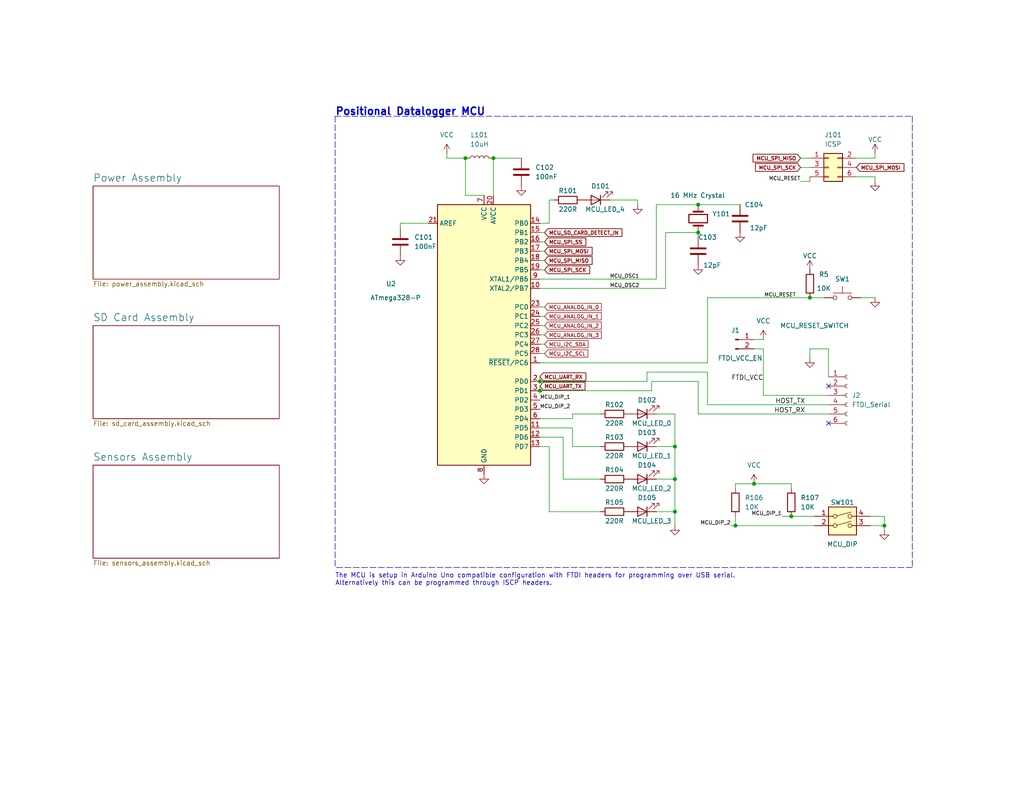
<source format=kicad_sch>
(kicad_sch (version 20211123) (generator eeschema)
  (paper "USLetter")
  (title_block (title "Positional Data Logger Main Sheet") (date "2022-07-03") (rev "1.0"))
  (lib_symbols
    (symbol "Connector:Conn_01x02_Male" (pin_names (offset 1.016) hide)
      (property "Reference" "J" (at 0 2.54 0))
      (property "Value" "Conn_01x02_Male" (at 0 -5.08 0))
      (symbol "Conn_01x02_Male_1_1"
        (polyline (pts (xy 1.27 -2.54) (xy 0.8636 -2.54)) (stroke (width 0.1524)))
        (polyline (pts (xy 1.27 0) (xy 0.8636 0)) (stroke (width 0.1524)))
        (rectangle (start 0.8636 -2.413) (end 0 -2.667) (stroke (width 0.1524)) (fill (type outline)))
        (rectangle (start 0.8636 0.127) (end 0 -0.127) (stroke (width 0.1524)) (fill (type outline)))
        (pin passive line (at 5.08 0 180) (length 3.81) (name "Pin_1") (number "1"))
        (pin passive line (at 5.08 -2.54 180) (length 3.81) (name "Pin_2") (number "2"))
      )
    )
    (symbol "Connector:Conn_01x06_Female" (pin_names (offset 1.016) hide)
      (property "Reference" "J" (at 0 7.62 0))
      (property "Value" "Conn_01x06_Female" (at 0 -10.16 0))
      (symbol "Conn_01x06_Female_1_1"
        (arc (start 0 -7.112) (mid -0.508 -7.62) (end 0 -8.128) (stroke (width 0.1524)))
        (arc (start 0 -4.572) (mid -0.508 -5.08) (end 0 -5.588) (stroke (width 0.1524)))
        (arc (start 0 -2.032) (mid -0.508 -2.54) (end 0 -3.048) (stroke (width 0.1524)))
        (polyline (pts (xy -1.27 -7.62) (xy -0.508 -7.62)) (stroke (width 0.1524)))
        (polyline (pts (xy -1.27 -5.08) (xy -0.508 -5.08)) (stroke (width 0.1524)))
        (polyline (pts (xy -1.27 -2.54) (xy -0.508 -2.54)) (stroke (width 0.1524)))
        (polyline (pts (xy -1.27 0) (xy -0.508 0)) (stroke (width 0.1524)))
        (polyline (pts (xy -1.27 2.54) (xy -0.508 2.54)) (stroke (width 0.1524)))
        (polyline (pts (xy -1.27 5.08) (xy -0.508 5.08)) (stroke (width 0.1524)))
        (arc (start 0 0.508) (mid -0.508 0) (end 0 -0.508) (stroke (width 0.1524)))
        (arc (start 0 3.048) (mid -0.508 2.54) (end 0 2.032) (stroke (width 0.1524)))
        (arc (start 0 5.588) (mid -0.508 5.08) (end 0 4.572) (stroke (width 0.1524)))
        (pin passive line (at -5.08 5.08 0) (length 3.81) (name "Pin_1") (number "1"))
        (pin passive line (at -5.08 2.54 0) (length 3.81) (name "Pin_2") (number "2"))
        (pin passive line (at -5.08 0 0) (length 3.81) (name "Pin_3") (number "3"))
        (pin passive line (at -5.08 -2.54 0) (length 3.81) (name "Pin_4") (number "4"))
        (pin passive line (at -5.08 -5.08 0) (length 3.81) (name "Pin_5") (number "5"))
        (pin passive line (at -5.08 -7.62 0) (length 3.81) (name "Pin_6") (number "6"))
      )
    )
    (symbol "Connector_Generic:Conn_02x03_Odd_Even" (pin_names (offset 1.016) hide)
      (property "Reference" "J" (at 1.27 5.08 0))
      (property "Value" "Conn_02x03_Odd_Even" (at 1.27 -5.08 0))
      (symbol "Conn_02x03_Odd_Even_1_1"
        (rectangle (start -1.27 -2.413) (end 0 -2.667) (stroke (width 0.1524)))
        (rectangle (start -1.27 0.127) (end 0 -0.127) (stroke (width 0.1524)))
        (rectangle (start -1.27 2.667) (end 0 2.413) (stroke (width 0.1524)))
        (rectangle (start -1.27 3.81) (end 3.81 -3.81) (stroke (width 0.254)) (fill (type background)))
        (rectangle (start 3.81 -2.413) (end 2.54 -2.667) (stroke (width 0.1524)))
        (rectangle (start 3.81 0.127) (end 2.54 -0.127) (stroke (width 0.1524)))
        (rectangle (start 3.81 2.667) (end 2.54 2.413) (stroke (width 0.1524)))
        (pin passive line (at -5.08 2.54 0) (length 3.81) (name "Pin_1") (number "1"))
        (pin passive line (at 7.62 2.54 180) (length 3.81) (name "Pin_2") (number "2"))
        (pin passive line (at -5.08 0 0) (length 3.81) (name "Pin_3") (number "3"))
        (pin passive line (at 7.62 0 180) (length 3.81) (name "Pin_4") (number "4"))
        (pin passive line (at -5.08 -2.54 0) (length 3.81) (name "Pin_5") (number "5"))
        (pin passive line (at 7.62 -2.54 180) (length 3.81) (name "Pin_6") (number "6"))
      )
    )
    (symbol "Device:C" (pin_numbers hide) (pin_names (offset 0.254))
      (property "Reference" "C" (at 0.635 2.54 0))
      (property "Value" "C" (at 0.635 -2.54 0))
      (symbol "C_0_1"
        (polyline (pts (xy -2.032 -0.762) (xy 2.032 -0.762)) (stroke (width 0.508)))
        (polyline (pts (xy -2.032 0.762) (xy 2.032 0.762)) (stroke (width 0.508)))
      )
      (symbol "C_1_1"
        (pin passive line (at 0 3.81 270) (length 2.794) (name "~") (number "1"))
        (pin passive line (at 0 -3.81 90) (length 2.794) (name "~") (number "2"))
      )
    )
    (symbol "Device:Crystal" (pin_numbers hide) (pin_names (offset 1.016) hide)
      (property "Reference" "Y" (at 0 3.81 0))
      (property "Value" "Crystal" (at 0 -3.81 0))
      (symbol "Crystal_0_1"
        (rectangle (start -1.143 2.54) (end 1.143 -2.54) (stroke (width 0.3048)))
        (polyline (pts (xy -2.54 0) (xy -1.905 0)))
        (polyline (pts (xy -1.905 -1.27) (xy -1.905 1.27)) (stroke (width 0.508)))
        (polyline (pts (xy 1.905 -1.27) (xy 1.905 1.27)) (stroke (width 0.508)))
        (polyline (pts (xy 2.54 0) (xy 1.905 0)))
      )
      (symbol "Crystal_1_1"
        (pin passive line (at -3.81 0 0) (length 1.27) (name "1") (number "1"))
        (pin passive line (at 3.81 0 180) (length 1.27) (name "2") (number "2"))
      )
    )
    (symbol "Device:L" (pin_numbers hide) (pin_names (offset 1.016) hide)
      (property "Reference" "L" (at -1.27 0 90))
      (property "Value" "L" (at 1.905 0 90))
      (symbol "L_0_1"
        (arc (start 0 -2.54) (mid 0.635 -1.905) (end 0 -1.27))
        (arc (start 0 -1.27) (mid 0.635 -0.635) (end 0 0))
        (arc (start 0 0) (mid 0.635 0.635) (end 0 1.27))
        (arc (start 0 1.27) (mid 0.635 1.905) (end 0 2.54))
      )
      (symbol "L_1_1"
        (pin passive line (at 0 3.81 270) (length 1.27) (name "1") (number "1"))
        (pin passive line (at 0 -3.81 90) (length 1.27) (name "2") (number "2"))
      )
    )
    (symbol "Device:LED" (pin_numbers hide) (pin_names (offset 1.016) hide)
      (property "Reference" "D" (at 0 2.54 0))
      (property "Value" "LED" (at 0 -2.54 0))
      (symbol "LED_0_1"
        (polyline (pts (xy -1.27 -1.27) (xy -1.27 1.27)) (stroke (width 0.254)))
        (polyline (pts (xy -1.27 0) (xy 1.27 0)))
        (polyline (pts (xy 1.27 -1.27) (xy 1.27 1.27) (xy -1.27 0) (xy 1.27 -1.27)) (stroke (width 0.254)))
        (polyline (pts (xy -3.048 -0.762) (xy -4.572 -2.286) (xy -3.81 -2.286) (xy -4.572 -2.286) (xy -4.572 -1.524)))
        (polyline (pts (xy -1.778 -0.762) (xy -3.302 -2.286) (xy -2.54 -2.286) (xy -3.302 -2.286) (xy -3.302 -1.524)))
      )
      (symbol "LED_1_1"
        (pin passive line (at -3.81 0 0) (length 2.54) (name "K") (number "1"))
        (pin passive line (at 3.81 0 180) (length 2.54) (name "A") (number "2"))
      )
    )
    (symbol "Device:R" (pin_numbers hide) (pin_names (offset 0))
      (property "Reference" "R" (at 2.032 0 90))
      (property "Value" "R" (at 0 0 90))
      (symbol "R_0_1"
        (rectangle (start -1.016 -2.54) (end 1.016 2.54) (stroke (width 0.254)))
      )
      (symbol "R_1_1"
        (pin passive line (at 0 3.81 270) (length 1.27) (name "~") (number "1"))
        (pin passive line (at 0 -3.81 90) (length 1.27) (name "~") (number "2"))
      )
    )
    (symbol "MCU_Microchip_ATmega:ATmega328-P"
      (property "Reference" "U" (at -12.7 36.83 0))
      (property "Value" "ATmega328-P" (at 2.54 -36.83 0))
      (symbol "ATmega328-P_0_1"
        (rectangle (start -12.7 -35.56) (end 12.7 35.56) (stroke (width 0.254)) (fill (type background)))
      )
      (symbol "ATmega328-P_1_1"
        (pin bidirectional line (at 15.24 -7.62 180) (length 2.54) (name "~{RESET}/PC6") (number "1"))
        (pin bidirectional line (at 15.24 12.7 180) (length 2.54) (name "XTAL2/PB7") (number "10"))
        (pin bidirectional line (at 15.24 -25.4 180) (length 2.54) (name "PD5") (number "11"))
        (pin bidirectional line (at 15.24 -27.94 180) (length 2.54) (name "PD6") (number "12"))
        (pin bidirectional line (at 15.24 -30.48 180) (length 2.54) (name "PD7") (number "13"))
        (pin bidirectional line (at 15.24 30.48 180) (length 2.54) (name "PB0") (number "14"))
        (pin bidirectional line (at 15.24 27.94 180) (length 2.54) (name "PB1") (number "15"))
        (pin bidirectional line (at 15.24 25.4 180) (length 2.54) (name "PB2") (number "16"))
        (pin bidirectional line (at 15.24 22.86 180) (length 2.54) (name "PB3") (number "17"))
        (pin bidirectional line (at 15.24 20.32 180) (length 2.54) (name "PB4") (number "18"))
        (pin bidirectional line (at 15.24 17.78 180) (length 2.54) (name "PB5") (number "19"))
        (pin bidirectional line (at 15.24 -12.7 180) (length 2.54) (name "PD0") (number "2"))
        (pin power_in line (at 2.54 38.1 270) (length 2.54) (name "AVCC") (number "20"))
        (pin passive line (at -15.24 30.48 0) (length 2.54) (name "AREF") (number "21"))
        (pin passive line (at 0 -38.1 90) (length 2.54) hide (name "GND") (number "22"))
        (pin bidirectional line (at 15.24 7.62 180) (length 2.54) (name "PC0") (number "23"))
        (pin bidirectional line (at 15.24 5.08 180) (length 2.54) (name "PC1") (number "24"))
        (pin bidirectional line (at 15.24 2.54 180) (length 2.54) (name "PC2") (number "25"))
        (pin bidirectional line (at 15.24 0 180) (length 2.54) (name "PC3") (number "26"))
        (pin bidirectional line (at 15.24 -2.54 180) (length 2.54) (name "PC4") (number "27"))
        (pin bidirectional line (at 15.24 -5.08 180) (length 2.54) (name "PC5") (number "28"))
        (pin bidirectional line (at 15.24 -15.24 180) (length 2.54) (name "PD1") (number "3"))
        (pin bidirectional line (at 15.24 -17.78 180) (length 2.54) (name "PD2") (number "4"))
        (pin bidirectional line (at 15.24 -20.32 180) (length 2.54) (name "PD3") (number "5"))
        (pin bidirectional line (at 15.24 -22.86 180) (length 2.54) (name "PD4") (number "6"))
        (pin power_in line (at 0 38.1 270) (length 2.54) (name "VCC") (number "7"))
        (pin power_in line (at 0 -38.1 90) (length 2.54) (name "GND") (number "8"))
        (pin bidirectional line (at 15.24 15.24 180) (length 2.54) (name "XTAL1/PB6") (number "9"))
      )
    )
    (symbol "Switch:SW_DIP_x02" (pin_names (offset 0) hide)
      (property "Reference" "SW" (at 0 6.35 0))
      (property "Value" "SW_DIP_x02" (at 0 -3.81 0))
      (symbol "SW_DIP_x02_0_0"
        (circle (center -2.032 0) (radius 0.508))
        (circle (center -2.032 2.54) (radius 0.508))
        (polyline (pts (xy -1.524 0.127) (xy 2.3622 1.1684)))
        (polyline (pts (xy -1.524 2.667) (xy 2.3622 3.7084)))
        (circle (center 2.032 0) (radius 0.508))
        (circle (center 2.032 2.54) (radius 0.508))
      )
      (symbol "SW_DIP_x02_0_1"
        (rectangle (start -3.81 5.08) (end 3.81 -2.54) (stroke (width 0.254)) (fill (type background)))
      )
      (symbol "SW_DIP_x02_1_1"
        (pin passive line (at -7.62 2.54 0) (length 5.08) (name "~") (number "1"))
        (pin passive line (at -7.62 0 0) (length 5.08) (name "~") (number "2"))
        (pin passive line (at 7.62 0 180) (length 5.08) (name "~") (number "3"))
        (pin passive line (at 7.62 2.54 180) (length 5.08) (name "~") (number "4"))
      )
    )
    (symbol "Switch:SW_MEC_5G" (pin_numbers hide) (pin_names (offset 1.016) hide)
      (property "Reference" "SW1" (at 0 5.08 0))
      (property "Value" "MCU_RESET_SWITCH" (at -7.62 -7.62 0))
      (symbol "SW_MEC_5G_0_1"
        (circle (center -2.032 0) (radius 0.508))
        (polyline (pts (xy 0 1.27) (xy 0 3.048)))
        (polyline (pts (xy 2.54 1.27) (xy -2.54 1.27)))
        (circle (center 2.032 0) (radius 0.508))
        (pin passive line (at -5.08 0 0) (length 2.54) (name "A") (number "1"))
        (pin passive line (at 5.08 0 180) (length 2.54) (name "B") (number "2"))
      )
    )
    (symbol "power:GND" (power) (pin_names (offset 0))
      (property "Value" "GND" (at 0 -3.81 0))
      (symbol "GND_0_1"
        (polyline (pts (xy 0 0) (xy 0 -1.27) (xy 1.27 -1.27) (xy 0 -2.54) (xy -1.27 -1.27) (xy 0 -1.27)))
      )
      (symbol "GND_1_1"
        (pin power_in line (at 0 0 270) (length 0) hide (name "GND") (number "1"))
      )
    )
    (symbol "power:VCC" (power) (pin_names (offset 0))
      (property "Value" "VCC" (at 0 3.81 0))
      (symbol "VCC_0_1"
        (polyline (pts (xy -0.762 1.27) (xy 0 2.54)))
        (polyline (pts (xy 0 0) (xy 0 2.54)))
        (polyline (pts (xy 0 2.54) (xy 0.762 1.27)))
      )
      (symbol "VCC_1_1"
        (pin power_in line (at 0 0 90) (length 0) hide (name "VCC") (number "1"))
      )
    )
  )
  (junction (at 205.74 132.08))
  (junction (at 190.5 63.5))
  (junction (at 220.98 81.28))
  (junction (at 215.9 140.97))
  (junction (at 190.5 55.88))
  (junction (at 184.15 139.7))
  (junction (at 184.15 121.92))
  (junction (at 200.66 143.51))
  (junction (at 134.62 43.18))
  (junction (at 241.3 143.51))
  (junction (at 127 43.18))
  (junction (at 147.32 106.68))
  (junction (at 184.15 130.81))
  (junction (at 147.32 104.14))
  (no_connect (at 226.06 115.57))
  (no_connect (at 226.06 105.41))
  (wire (pts (xy 147.32 116.84) (xy 156.21 116.84)))
  (wire (pts (xy 220.98 49.53) (xy 218.44 49.53)))
  (wire (pts (xy 134.62 43.18) (xy 142.24 43.18)))
  (wire (pts (xy 148.59 96.52) (xy 147.32 96.52)))
  (wire (pts (xy 149.86 60.96) (xy 149.86 54.61)))
  (wire (pts (xy 190.5 104.14) (xy 190.5 113.03)))
  (wire (pts (xy 200.66 140.97) (xy 200.66 143.51)))
  (wire (pts (xy 149.86 139.7) (xy 163.83 139.7)))
  (wire (pts (xy 238.76 48.26) (xy 233.68 48.26)))
  (wire (pts (xy 220.98 95.25) (xy 220.98 97.79)))
  (wire (pts (xy 181.61 63.5) (xy 190.5 63.5)))
  (wire (pts (xy 127 43.18) (xy 121.92 43.18)))
  (wire (pts (xy 148.59 71.12) (xy 147.32 71.12)))
  (wire (pts (xy 241.3 143.51) (xy 241.3 144.78)))
  (wire (pts (xy 147.32 78.74) (xy 181.61 78.74)))
  (wire (pts (xy 233.68 43.18) (xy 238.76 43.18)))
  (wire (pts (xy 237.49 143.51) (xy 241.3 143.51)))
  (wire (pts (xy 179.07 55.88) (xy 190.5 55.88)))
  (wire (pts (xy 190.5 113.03) (xy 226.06 113.03)))
  (wire (pts (xy 148.59 66.04) (xy 147.32 66.04)))
  (wire (pts (xy 179.07 139.7) (xy 184.15 139.7)))
  (wire (pts (xy 121.92 43.18) (xy 121.92 41.91)))
  (wire (pts (xy 179.07 121.92) (xy 184.15 121.92)))
  (wire (pts (xy 177.8 106.68) (xy 177.8 104.14)))
  (wire (pts (xy 205.74 132.08) (xy 200.66 132.08)))
  (wire (pts (xy 134.62 43.18) (xy 134.62 53.34)))
  (wire (pts (xy 190.5 64.77) (xy 190.5 63.5)))
  (wire (pts (xy 147.32 105.41) (xy 147.32 106.68)))
  (wire (pts (xy 176.53 104.14) (xy 176.53 101.6)))
  (wire (pts (xy 127 43.18) (xy 127 53.34)))
  (polyline (pts (xy 91.44 31.75) (xy 91.44 154.94)))
  (wire (pts (xy 213.36 140.97) (xy 215.9 140.97)))
  (wire (pts (xy 190.5 55.88) (xy 201.93 55.88)))
  (polyline (pts (xy 248.92 154.94) (xy 91.44 154.94)))
  (wire (pts (xy 193.04 81.28) (xy 220.98 81.28)))
  (wire (pts (xy 156.21 121.92) (xy 163.83 121.92)))
  (wire (pts (xy 220.98 81.28) (xy 224.79 81.28)))
  (wire (pts (xy 173.99 54.61) (xy 166.37 54.61)))
  (wire (pts (xy 147.32 106.68) (xy 177.8 106.68)))
  (wire (pts (xy 147.32 114.3) (xy 156.21 114.3)))
  (polyline (pts (xy 248.92 31.75) (xy 248.92 154.94)))
  (polyline (pts (xy 91.44 31.75) (xy 248.92 31.75)))
  (wire (pts (xy 205.74 132.08) (xy 215.9 132.08)))
  (wire (pts (xy 238.76 41.91) (xy 238.76 43.18)))
  (wire (pts (xy 149.86 121.92) (xy 147.32 121.92)))
  (wire (pts (xy 147.32 102.87) (xy 147.32 104.14)))
  (wire (pts (xy 149.86 60.96) (xy 147.32 60.96)))
  (wire (pts (xy 156.21 113.03) (xy 163.83 113.03)))
  (wire (pts (xy 148.59 86.36) (xy 147.32 86.36)))
  (wire (pts (xy 215.9 140.97) (xy 222.25 140.97)))
  (wire (pts (xy 193.04 99.06) (xy 147.32 99.06)))
  (wire (pts (xy 218.44 43.18) (xy 220.98 43.18)))
  (wire (pts (xy 215.9 132.08) (xy 215.9 133.35)))
  (wire (pts (xy 179.07 55.88) (xy 179.07 76.2)))
  (wire (pts (xy 226.06 95.25) (xy 220.98 95.25)))
  (wire (pts (xy 148.59 68.58) (xy 147.32 68.58)))
  (wire (pts (xy 148.59 63.5) (xy 147.32 63.5)))
  (wire (pts (xy 184.15 130.81) (xy 184.15 139.7)))
  (wire (pts (xy 238.76 81.28) (xy 234.95 81.28)))
  (wire (pts (xy 218.44 45.72) (xy 220.98 45.72)))
  (wire (pts (xy 181.61 78.74) (xy 181.61 63.5)))
  (wire (pts (xy 226.06 102.87) (xy 226.06 95.25)))
  (wire (pts (xy 176.53 101.6) (xy 193.04 101.6)))
  (wire (pts (xy 148.59 73.66) (xy 147.32 73.66)))
  (wire (pts (xy 147.32 119.38) (xy 153.67 119.38)))
  (wire (pts (xy 179.07 76.2) (xy 147.32 76.2)))
  (wire (pts (xy 148.59 93.98) (xy 147.32 93.98)))
  (wire (pts (xy 238.76 49.53) (xy 238.76 48.26)))
  (wire (pts (xy 177.8 104.14) (xy 190.5 104.14)))
  (wire (pts (xy 200.66 143.51) (xy 199.39 143.51)))
  (wire (pts (xy 148.59 91.44) (xy 147.32 91.44)))
  (wire (pts (xy 208.28 95.25) (xy 208.28 107.95)))
  (wire (pts (xy 222.25 143.51) (xy 200.66 143.51)))
  (wire (pts (xy 193.04 110.49) (xy 226.06 110.49)))
  (wire (pts (xy 200.66 132.08) (xy 200.66 133.35)))
  (wire (pts (xy 179.07 130.81) (xy 184.15 130.81)))
  (wire (pts (xy 116.84 60.96) (xy 109.22 60.96)))
  (wire (pts (xy 153.67 130.81) (xy 163.83 130.81)))
  (wire (pts (xy 208.28 92.71) (xy 205.74 92.71)))
  (wire (pts (xy 153.67 119.38) (xy 153.67 130.81)))
  (wire (pts (xy 184.15 113.03) (xy 184.15 121.92)))
  (wire (pts (xy 148.59 88.9) (xy 147.32 88.9)))
  (wire (pts (xy 193.04 81.28) (xy 193.04 99.06)))
  (wire (pts (xy 147.32 104.14) (xy 176.53 104.14)))
  (wire (pts (xy 237.49 140.97) (xy 241.3 140.97)))
  (wire (pts (xy 109.22 60.96) (xy 109.22 62.23)))
  (wire (pts (xy 220.98 48.26) (xy 220.98 49.53)))
  (wire (pts (xy 184.15 139.7) (xy 184.15 143.51)))
  (wire (pts (xy 156.21 116.84) (xy 156.21 121.92)))
  (wire (pts (xy 149.86 121.92) (xy 149.86 139.7)))
  (wire (pts (xy 208.28 95.25) (xy 205.74 95.25)))
  (wire (pts (xy 241.3 140.97) (xy 241.3 143.51)))
  (wire (pts (xy 149.86 54.61) (xy 151.13 54.61)))
  (wire (pts (xy 193.04 101.6) (xy 193.04 110.49)))
  (wire (pts (xy 148.59 83.82) (xy 147.32 83.82)))
  (wire (pts (xy 173.99 55.88) (xy 173.99 54.61)))
  (wire (pts (xy 179.07 113.03) (xy 184.15 113.03)))
  (wire (pts (xy 184.15 121.92) (xy 184.15 130.81)))
  (wire (pts (xy 127 53.34) (xy 132.08 53.34)))
  (wire (pts (xy 156.21 114.3) (xy 156.21 113.03)))
  (wire (pts (xy 208.28 107.95) (xy 226.06 107.95)))
  (text "Positional Datalogger MCU" (at 91.44 31.75 0) (effects (font (size 2 2) (thickness 0.4) bold) (justify left bottom)))
  (text "The MCU is setup in Arduino Uno compatible configuration with FTDI headers for programming over USB serial.\nAlternatively this can be programmed through ISCP headers." (at 91.44 160.02 0) (effects (font (size 1.27 1.27)) (justify left bottom)))
  (label "HOST_RX" (at 219.71 113.03 180))
  (label "MCU_DIP_1" (at 213.36 140.97 180) (effects (font (size 1 1))))
  (label "MCU_DIP_1" (at 147.32 109.22 0) (effects (font (size 1 1))))
  (label "MCU_DIP_2" (at 147.32 111.76 0) (effects (font (size 1 1))))
  (label "MCU_RESET" (at 217.17 81.28 180) (effects (font (size 1 1))))
  (label "MCU_OSC1" (at 166.37 76.2 0) (effects (font (size 1 1))))
  (label "MCU_DIP_2" (at 199.39 143.51 180) (effects (font (size 1 1))))
  (label "MCU_RESET" (at 218.44 49.53 180) (effects (font (size 1 1))))
  (label "MCU_OSC2" (at 166.37 78.74 0) (effects (font (size 1 1))))
  (label "HOST_TX" (at 219.71 110.49 180))
  (label "FTDI_VCC" (at 208.28 104.14 180))
  (global_label "MCU_SPI_MOSI" (shape input) (at 233.68 45.72 0) (effects (font (size 1 1) bold)) (property "Intersheet References" "${INTERSHEET_REFS}" (effects hide)))
  (global_label "MCU_SPI_SCK" (shape input) (at 218.44 45.72 180) (effects (font (size 1 1) bold)) (property "Intersheet References" "${INTERSHEET_REFS}" (effects hide)))
  (global_label "MCU_UART_TX" (shape input) (at 147.32 105.41 0) (effects (font (size 1 1) bold)) (property "Intersheet References" "${INTERSHEET_REFS}" (effects hide)))
  (global_label "MCU_I2C_SCL" (shape input) (at 148.59 96.52 0) (effects (font (size 1 1))) (property "Intersheet References" "${INTERSHEET_REFS}" (effects hide)))
  (global_label "MCU_SPI_MOSI" (shape input) (at 148.59 68.58 0) (effects (font (size 1 1) bold)) (property "Intersheet References" "${INTERSHEET_REFS}" (effects hide)))
  (global_label "MCU_SPI_MISO" (shape input) (at 148.59 71.12 0) (effects (font (size 1 1) bold)) (property "Intersheet References" "${INTERSHEET_REFS}" (effects hide)))
  (global_label "MCU_ANALOG_IN_3" (shape input) (at 148.59 91.44 0) (effects (font (size 1 1))) (property "Intersheet References" "${INTERSHEET_REFS}" (effects hide)))
  (global_label "MCU_ANALOG_IN_0" (shape input) (at 148.59 83.82 0) (effects (font (size 1 1))) (property "Intersheet References" "${INTERSHEET_REFS}" (effects hide)))
  (global_label "MCU_I2C_SDA" (shape input) (at 148.59 93.98 0) (effects (font (size 1 1))) (property "Intersheet References" "${INTERSHEET_REFS}" (effects hide)))
  (global_label "MCU_ANALOG_IN_1" (shape input) (at 148.59 86.36 0) (effects (font (size 1 1))) (property "Intersheet References" "${INTERSHEET_REFS}" (effects hide)))
  (global_label "MCU_SD_CARD_DETECT_IN" (shape input) (at 148.59 63.5 0) (effects (font (size 1 1) bold)) (property "Intersheet References" "${INTERSHEET_REFS}" (effects hide)))
  (global_label "MCU_SPI_SCK" (shape input) (at 148.59 73.66 0) (effects (font (size 1 1) bold)) (property "Intersheet References" "${INTERSHEET_REFS}" (effects hide)))
  (global_label "MCU_UART_RX" (shape input) (at 147.32 102.87 0) (effects (font (size 1 1) bold)) (property "Intersheet References" "${INTERSHEET_REFS}" (effects hide)))
  (global_label "MCU_ANALOG_IN_2" (shape input) (at 148.59 88.9 0) (effects (font (size 1 1))) (property "Intersheet References" "${INTERSHEET_REFS}" (effects hide)))
  (global_label "MCU_SPI_SS" (shape input) (at 148.59 66.04 0) (effects (font (size 1 1) bold)) (property "Intersheet References" "${INTERSHEET_REFS}" (effects hide)))
  (global_label "MCU_SPI_MISO" (shape input) (at 218.44 43.18 180) (effects (font (size 1 1) bold)) (property "Intersheet References" "${INTERSHEET_REFS}" (effects hide)))
  (symbol (lib_id "Switch:SW_DIP_x02") (at 229.87 143.51 0) (unit 1)
    (property "Reference" "SW101" (at 229.87 137.16 0))
    (property "Value" "MCU_DIP" (at 229.87 148.59 0))
    (property "Footprint" "Button_Switch_SMD:SW_DIP_SPSTx02_Slide_Copal_CHS-02B_W7.62mm_P1.27mm" (effects hide))
  )
  (symbol (lib_id "Device:LED") (at 162.56 54.61 180) (unit 1)
    (property "Reference" "D101" (at 163.83 50.8 0))
    (property "Value" "MCU_LED_4" (at 165.1 57.15 0))
    (property "Footprint" "LED_SMD:LED_0805_2012Metric_Pad1.15x1.40mm_HandSolder" (effects hide))
  )
  (symbol (lib_id "Connector:Conn_01x06_Female") (at 231.14 107.95 0) (unit 1)
    (property "Reference" "J2" (at 232.41 107.9499 0) (effects (justify left)))
    (property "Value" "FTDI_Serial" (at 232.41 110.4899 0) (effects (justify left)))
    (property "Footprint" "Connector_PinSocket_2.54mm:PinSocket_1x06_P2.54mm_Vertical" (effects hide))
  )
  (symbol (lib_id "Device:R") (at 167.64 121.92 90) (unit 1)
    (property "Reference" "R103" (at 167.64 119.38 90))
    (property "Value" "220R" (at 167.64 124.46 90))
    (property "Footprint" "Resistor_SMD:R_0805_2012Metric_Pad1.20x1.40mm_HandSolder" (effects hide))
  )
  (symbol (lib_id "Device:R") (at 215.9 137.16 0) (unit 1)
    (property "Reference" "R107" (at 218.44 135.8899 0) (effects (justify left)))
    (property "Value" "10K" (at 218.44 138.4299 0) (effects (justify left)))
    (property "Footprint" "Resistor_SMD:R_0805_2012Metric_Pad1.20x1.40mm_HandSolder" (effects hide))
  )
  (symbol (lib_id "power:GND") (at 109.22 69.85 0) (unit 1)
    (property "Reference" "#PWR0102" (effects hide))
    (property "Value" "GND" (effects hide))
  )
  (symbol (lib_id "Connector:Conn_01x02_Male") (at 200.66 92.71 0) (unit 1)
    (property "Reference" "J1" (at 200.66 90.17 0))
    (property "Value" "FTDI_VCC_EN" (at 201.93 97.79 0))
    (property "Footprint" "Connector_PinHeader_2.54mm:PinHeader_1x02_P2.54mm_Vertical" (effects hide))
  )
  (symbol (lib_id "Device:LED") (at 175.26 139.7 180) (unit 1)
    (property "Reference" "D105" (at 176.53 135.89 0))
    (property "Value" "MCU_LED_3" (at 177.8 142.24 0))
    (property "Footprint" "LED_SMD:LED_0805_2012Metric_Pad1.15x1.40mm_HandSolder" (effects hide))
  )
  (symbol (lib_id "power:GND") (at 238.76 49.53 0) (unit 1)
    (property "Reference" "#PWR0111" (effects hide))
    (property "Value" "GND" (effects hide))
  )
  (symbol (lib_id "Device:C") (at 109.22 66.04 0) (unit 1)
    (property "Reference" "C101" (at 113.03 64.7699 0) (effects (justify left)))
    (property "Value" "100nF" (at 113.03 67.3099 0) (effects (justify left)))
    (property "Footprint" "Capacitor_SMD:C_0805_2012Metric_Pad1.18x1.45mm_HandSolder" (effects hide))
  )
  (symbol (lib_id "power:GND") (at 238.76 81.28 0) (unit 1)
    (property "Reference" "#PWR0112" (effects hide))
    (property "Value" "GND" (effects hide))
  )
  (symbol (lib_id "Device:C") (at 142.24 46.99 0) (unit 1)
    (property "Reference" "C102" (at 146.05 45.7199 0) (effects (justify left)))
    (property "Value" "100nF" (at 146.05 48.2599 0) (effects (justify left)))
    (property "Footprint" "Capacitor_SMD:C_0805_2012Metric_Pad1.18x1.45mm_HandSolder" (effects hide))
  )
  (symbol (lib_id "Device:C") (at 190.5 68.58 180) (unit 1)
    (property "Reference" "C103" (at 193.04 64.77 0))
    (property "Value" "12pF" (at 194.31 72.39 0))
    (property "Footprint" "Capacitor_SMD:C_0805_2012Metric_Pad1.18x1.45mm_HandSolder" (effects hide))
  )
  (symbol (lib_id "power:GND") (at 220.98 97.79 0) (unit 1)
    (property "Reference" "#PWR0101" (effects hide))
    (property "Value" "GND" (effects hide))
  )
  (symbol (lib_id "Device:R") (at 167.64 139.7 90) (unit 1)
    (property "Reference" "R105" (at 167.64 137.16 90))
    (property "Value" "220R" (at 167.64 142.24 90))
    (property "Footprint" "Resistor_SMD:R_0805_2012Metric_Pad1.20x1.40mm_HandSolder" (effects hide))
  )
  (symbol (lib_id "Device:LED") (at 175.26 113.03 180) (unit 1)
    (property "Reference" "D102" (at 176.53 109.22 0))
    (property "Value" "MCU_LED_0" (at 177.8 115.57 0))
    (property "Footprint" "LED_SMD:LED_0805_2012Metric_Pad1.15x1.40mm_HandSolder" (effects hide))
  )
  (symbol (lib_id "Device:R") (at 154.94 54.61 90) (unit 1)
    (property "Reference" "R101" (at 154.94 52.07 90))
    (property "Value" "220R" (at 154.94 57.15 90))
    (property "Footprint" "Resistor_SMD:R_0805_2012Metric_Pad1.20x1.40mm_HandSolder" (effects hide))
  )
  (symbol (lib_id "power:VCC") (at 208.28 92.71 0) (unit 1)
    (property "Reference" "#PWR0128" (effects hide))
    (property "Value" "VCC" (at 208.28 87.63 0))
  )
  (symbol (lib_id "power:GND") (at 190.5 72.39 0) (unit 1)
    (property "Reference" "#PWR0107" (effects hide))
    (property "Value" "GND" (effects hide))
  )
  (symbol (lib_id "Device:L") (at 130.81 43.18 90) (unit 1)
    (property "Reference" "L101" (at 130.81 36.83 90))
    (property "Value" "10uH" (at 130.81 39.37 90))
    (property "Footprint" "Inductor_THT:L_Radial_D6.0mm_P4.00mm" (effects hide))
  )
  (symbol (lib_id "MCU_Microchip_ATmega:ATmega328-P") (at 132.08 91.44 0) (unit 1)
    (property "Reference" "U2" (at 106.68 77.47 0))
    (property "Value" "ATmega328-P" (at 107.95 81.28 0))
    (property "Footprint" "Package_DIP:DIP-28_W7.62mm" (effects hide))
    (property "Datasheet" "http://ww1.microchip.com/downloads/en/DeviceDoc/ATmega328_P%20AVR%20MCU%20with%20picoPower%20Technology%20Data%20Sheet%2040001984A.pdf" (effects hide))
  )
  (symbol (lib_id "Device:C") (at 201.93 59.69 180) (unit 1)
    (property "Reference" "C104" (at 205.74 55.88 0))
    (property "Value" "12pF" (at 207.01 62.23 0))
    (property "Footprint" "Capacitor_SMD:C_0805_2012Metric_Pad1.18x1.45mm_HandSolder" (effects hide))
  )
  (symbol (lib_id "power:GND") (at 132.08 129.54 0) (unit 1)
    (property "Reference" "#PWR0104" (effects hide))
    (property "Value" "GND" (effects hide))
  )
  (symbol (lib_id "power:VCC") (at 220.98 73.66 0) (unit 1)
    (property "Reference" "#PWR0114" (effects hide))
    (property "Value" "VCC" (at 220.98 69.85 0))
  )
  (symbol (lib_id "power:GND") (at 184.15 143.51 0) (unit 1)
    (property "Reference" "#PWR0106" (effects hide))
    (property "Value" "GND" (effects hide))
  )
  (symbol (lib_id "Device:R") (at 200.66 137.16 0) (unit 1)
    (property "Reference" "R106" (at 203.2 135.8899 0) (effects (justify left)))
    (property "Value" "10K" (at 203.2 138.4299 0) (effects (justify left)))
    (property "Footprint" "Resistor_SMD:R_0805_2012Metric_Pad1.20x1.40mm_HandSolder" (effects hide))
  )
  (symbol (lib_id "Switch:SW_MEC_5G") (at 229.87 81.28 0) (unit 1)
    (property "Reference" "SW1" (at 229.87 76.2 0))
    (property "Value" "MCU_RESET_SWITCH" (at 222.25 88.9 0))
    (property "Footprint" "Button_Switch_SMD:SW_SPST_FSMSM" (effects hide))
    (property "Datasheet" "http://www.apem.com/int/index.php?controller=attachment&id_attachment=488" (effects hide))
  )
  (symbol (lib_id "Connector_Generic:Conn_02x03_Odd_Even") (at 226.06 45.72 0) (unit 1)
    (property "Reference" "J101" (at 227.33 36.83 0))
    (property "Value" "ICSP" (at 227.33 39.37 0))
    (property "Footprint" "Connector_PinHeader_2.54mm:PinHeader_2x03_P2.54mm_Vertical" (effects hide))
  )
  (symbol (lib_id "Device:LED") (at 175.26 121.92 180) (unit 1)
    (property "Reference" "D103" (at 176.53 118.11 0))
    (property "Value" "MCU_LED_1" (at 177.8 124.46 0))
    (property "Footprint" "LED_SMD:LED_0805_2012Metric_Pad1.15x1.40mm_HandSolder" (effects hide))
  )
  (symbol (lib_id "Device:R") (at 220.98 77.47 0) (unit 1)
    (property "Reference" "R5" (at 224.79 74.93 0))
    (property "Value" "10K" (at 224.79 78.74 0))
    (property "Footprint" "Resistor_SMD:R_0805_2012Metric_Pad1.20x1.40mm_HandSolder" (effects hide))
  )
  (symbol (lib_id "Device:R") (at 167.64 113.03 90) (unit 1)
    (property "Reference" "R102" (at 167.64 110.49 90))
    (property "Value" "220R" (at 167.64 115.57 90))
    (property "Footprint" "Resistor_SMD:R_0805_2012Metric_Pad1.20x1.40mm_HandSolder" (effects hide))
  )
  (symbol (lib_id "Device:R") (at 167.64 130.81 90) (unit 1)
    (property "Reference" "R104" (at 167.64 128.27 90))
    (property "Value" "220R" (at 167.64 133.35 90))
    (property "Footprint" "Resistor_SMD:R_0805_2012Metric_Pad1.20x1.40mm_HandSolder" (effects hide))
  )
  (symbol (lib_id "power:GND") (at 142.24 50.8 0) (unit 1)
    (property "Reference" "#PWR0103" (effects hide))
    (property "Value" "GND" (effects hide))
  )
  (symbol (lib_id "power:GND") (at 201.93 63.5 0) (unit 1)
    (property "Reference" "#PWR0108" (effects hide))
    (property "Value" "GND" (effects hide))
  )
  (symbol (lib_id "Device:LED") (at 175.26 130.81 180) (unit 1)
    (property "Reference" "D104" (at 176.53 127 0))
    (property "Value" "MCU_LED_2" (at 177.8 133.35 0))
    (property "Footprint" "LED_SMD:LED_0805_2012Metric_Pad1.15x1.40mm_HandSolder" (effects hide))
  )
  (symbol (lib_id "power:GND") (at 241.3 144.78 0) (unit 1)
    (property "Reference" "#PWR0113" (effects hide))
    (property "Value" "GND" (effects hide))
  )
  (symbol (lib_id "power:VCC") (at 205.74 132.08 0) (unit 1)
    (property "Reference" "#PWR0109" (effects hide))
    (property "Value" "VCC" (at 205.74 127 0))
  )
  (symbol (lib_id "power:GND") (at 173.99 55.88 0) (unit 1)
    (property "Reference" "#PWR0105" (effects hide))
    (property "Value" "GND" (effects hide))
  )
  (symbol (lib_id "Device:Crystal") (at 190.5 59.69 90) (unit 1)
    (property "Reference" "Y101" (at 194.31 58.4199 90) (effects (justify right)))
    (property "Value" "16 MHz Crystal" (at 182.88 53.34 90) (effects (justify right)))
    (property "Footprint" "Crystal:Crystal_HC18-U_Vertical" (effects hide))
  )
  (symbol (lib_id "power:VCC") (at 238.76 41.91 0) (unit 1)
    (property "Reference" "#PWR0110" (effects hide))
    (property "Value" "VCC" (at 238.76 38.1 0))
  )
  (symbol (lib_id "power:VCC") (at 121.92 41.91 0) (unit 1)
    (property "Reference" "#PWR0137" (effects hide))
    (property "Value" "VCC" (at 121.92 36.83 0))
  )
  (sheet (at 25.4 50.8) (size 50.8 25.4) (stroke (width 0.1524))
    (property "Sheet name" "Power Assembly" (at 25.4 49.7234 0) (effects (font (size 2 2)) (justify left bottom)))
    (property "Sheet file" "power_assembly.kicad_sch" (at 25.4 76.7846 0) (effects (justify left top)))
  )
  (sheet (at 25.4 88.9) (size 50.8 25.4) (stroke (width 0.1524))
    (property "Sheet name" "SD Card Assembly" (at 25.4 87.8234 0) (effects (font (size 2 2)) (justify left bottom)))
    (property "Sheet file" "sd_card_assembly.kicad_sch" (at 25.4 114.8846 0) (effects (justify left top)))
  )
  (sheet (at 25.4 127) (size 50.8 25.4) (stroke (width 0.1524))
    (property "Sheet name" "Sensors Assembly" (at 25.4 125.9234 0) (effects (font (size 2 2)) (justify left bottom)))
    (property "Sheet file" "sensors_assembly.kicad_sch" (at 25.4 152.9846 0) (effects (justify left top)))
  )
)
</source>
